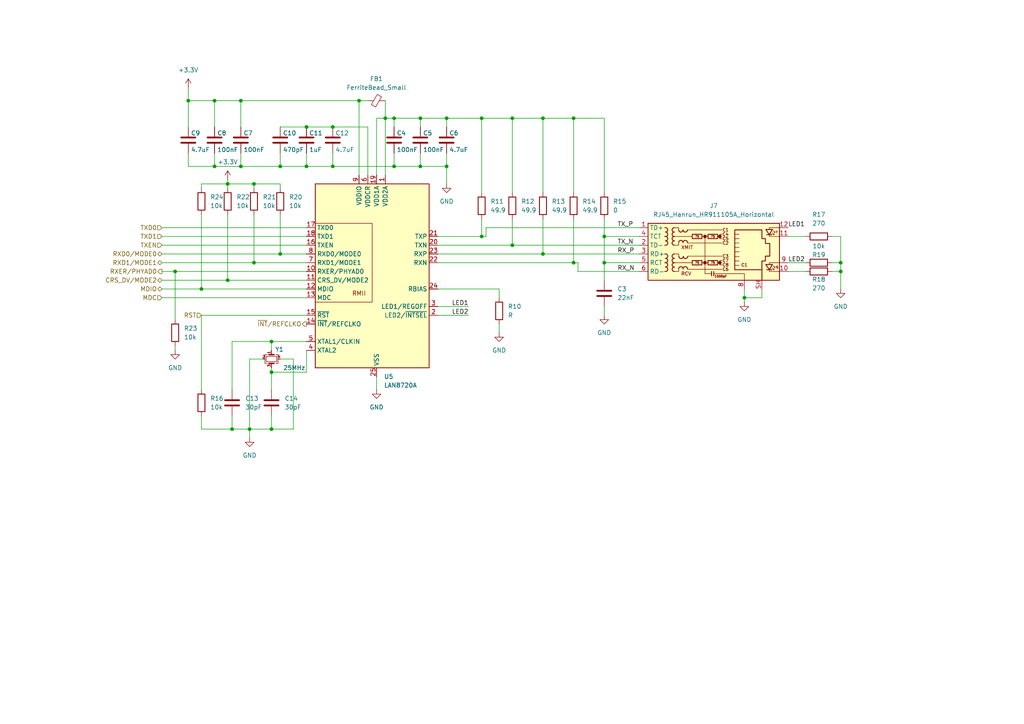
<source format=kicad_sch>
(kicad_sch (version 20250114) (generator "eeschema") (generator_version "9.0")
  (paper "A4")
  (lib_symbols
    (symbol "Connector:RJ45_Hanrun_HR911105A_Horizontal"
      (property "Reference" "J" (at 18.415 10.16 0))
      (property "Value" "RJ45_Hanrun_HR911105A_Horizontal" (at -19.05 10.16 0))
      (symbol "RJ45_Hanrun_HR911105A_Horizontal_0_0"
        (circle (center -1.27 5.08) (radius 0.0001) (stroke (width 0.508)))
        (polyline (pts (xy -1.27 5.08) (xy -1.27 -5.715)))
        (circle (center -1.27 -2.54) (radius 0.0001) (stroke (width 0.508)))
        (polyline (pts (xy 0.635 -5.08) (xy 0.635 -6.35)) (stroke (width 0.254)))
        (polyline (pts (xy 1.27 -5.08) (xy 1.27 -6.35)) (stroke (width 0.254)))
        (polyline (pts (xy 3.048 5.08) (xy 2.54 5.08)))
        (circle (center 3.048 5.08) (radius 0.0001) (stroke (width 0.508)))
        (polyline (pts (xy 3.048 -2.54) (xy 2.54 -2.54)))
        (circle (center 3.048 -2.54) (radius 0.0001) (stroke (width 0.508)))
        (polyline (pts (xy 3.683 5.715) (xy 3.048 5.715) (xy 3.048 4.445) (xy 3.683 4.445)))
        (polyline (pts (xy 3.683 -1.905) (xy 3.048 -1.905) (xy 3.048 -3.175) (xy 3.683 -3.175)))
        (polyline (pts (xy 17.399 7.112) (xy 17.399 7.62) (xy 20.32 7.62)))
        (polyline (pts (xy 17.399 -3.048) (xy 17.399 -2.54) (xy 20.32 -2.54)))
        (polyline (pts (xy 20.32 5.08) (xy 17.399 5.08) (xy 17.399 5.588)))
        (polyline (pts (xy 20.32 -5.08) (xy 17.399 -5.08) (xy 17.399 -4.572)))
        (text "XMIT" (at -8.255 1.905 0) (effects (font (size 1.016 1.016)) (justify left)))
        (text "RCV" (at -8.255 -5.715 0) (effects (font (size 1.016 1.016)) (justify left)))
        (text "C1" (at 4.699 6.985 0) (effects (font (size 0.889 0.889))))
        (text "C4" (at 4.699 5.715 0) (effects (font (size 0.889 0.889))))
        (text "C5" (at 4.699 4.445 0) (effects (font (size 0.889 0.889))))
        (text "C2" (at 4.699 3.175 0) (effects (font (size 0.889 0.889))))
        (text "C3" (at 4.699 -0.635 0) (effects (font (size 0.889 0.889))))
        (text "C7" (at 4.699 -1.905 0) (effects (font (size 0.889 0.889))))
        (text "C8" (at 4.699 -3.175 0) (effects (font (size 0.889 0.889))))
        (text "C6" (at 4.699 -4.445 0) (effects (font (size 0.889 0.889))))
        (text "C1" (at 10.16 -3.175 0) (effects (font (size 0.889 0.889))))
      )
      (symbol "RJ45_Hanrun_HR911105A_Horizontal_0_1"
        (rectangle (start -17.78 8.89) (end 20.32 -7.62) (stroke (width 0.254)) (fill (type background)))
        (polyline (pts (xy -12.7 7.62) (xy -13.081 7.62)))
        (polyline (pts (xy -12.7 5.08) (xy -13.081 5.08)))
        (polyline (pts (xy -12.7 2.54) (xy -13.081 2.54)))
        (polyline (pts (xy -12.7 0) (xy -13.081 0)))
        (polyline (pts (xy -12.7 -2.54) (xy -13.081 -2.54)))
        (polyline (pts (xy -12.7 -5.08) (xy -13.081 -5.08)))
        (polyline (pts (xy -10.16 7.62) (xy -8.89 7.62) (xy -8.89 6.985)))
        (polyline (pts (xy -10.16 0) (xy -8.89 0) (xy -8.89 -0.635)))
        (polyline (pts (xy -8.89 3.175) (xy -8.89 2.54) (xy -10.16 2.54)))
        (polyline (pts (xy -8.89 -4.445) (xy -8.89 -5.08) (xy -10.16 -5.08)))
        (polyline (pts (xy -6.35 6.985) (xy 3.683 6.985)))
        (polyline (pts (xy -6.35 3.175) (xy 3.683 3.175)))
        (polyline (pts (xy -6.35 -4.445) (xy 3.683 -4.445)))
        (polyline (pts (xy -6.223 -0.635) (xy 3.683 -0.635)))
        (polyline (pts (xy -5.08 -2.54) (xy -10.16 -2.54)))
        (polyline (pts (xy -4.953 5.08) (xy -10.16 5.08)))
        (polyline (pts (xy -2.159 5.08) (xy -0.381 5.08)))
        (polyline (pts (xy -2.159 -2.54) (xy -0.381 -2.54)))
        (polyline (pts (xy 0.635 -5.715) (xy -1.27 -5.715)))
        (polyline (pts (xy 7.366 3.175) (xy 8.636 3.175)))
        (polyline (pts (xy 7.366 1.905) (xy 8.636 1.905)))
        (polyline (pts (xy 7.366 0.635) (xy 8.636 0.635)))
        (polyline (pts (xy 7.366 -0.762) (xy 8.636 -0.762)))
        (polyline (pts (xy 7.366 -2.032) (xy 8.636 -2.032)))
        (polyline (pts (xy 8.636 5.715) (xy 7.366 5.715)))
        (polyline (pts (xy 8.636 4.445) (xy 7.366 4.445)))
        (polyline (pts (xy 8.636 -3.302) (xy 7.366 -3.302)))
        (polyline (pts (xy 10.16 -5.715) (xy 1.27 -5.715)))
        (polyline (pts (xy 10.16 -5.715) (xy 10.16 -7.62)))
      )
      (symbol "RJ45_Hanrun_HR911105A_Horizontal_1_0"
        (text "1000pF" (at 3.302 -6.477 0) (effects (font (size 0.635 0.635))))
      )
      (symbol "RJ45_Hanrun_HR911105A_Horizontal_1_1"
        (arc (start -12.7 0) (mid -12.0677 -0.635) (end -12.7 -1.27) (stroke (width 0.254)))
        (arc (start -12.6973 7.62) (mid -12.065 6.985) (end -12.6973 6.35) (stroke (width 0.254)))
        (arc (start -12.6973 -1.27) (mid -12.065 -1.905) (end -12.6973 -2.54) (stroke (width 0.254)))
        (arc (start -12.6973 -2.54) (mid -12.065 -3.175) (end -12.6973 -3.81) (stroke (width 0.254)))
        (arc (start -12.6973 -3.81) (mid -12.065 -4.445) (end -12.6973 -5.08) (stroke (width 0.254)))
        (arc (start -12.6946 6.35) (mid -12.0623 5.715) (end -12.6946 5.08) (stroke (width 0.254)))
        (arc (start -12.6946 5.08) (mid -12.0623 4.445) (end -12.6946 3.81) (stroke (width 0.254)))
        (arc (start -12.6946 3.81) (mid -12.0623 3.175) (end -12.6946 2.54) (stroke (width 0.254)))
        (arc (start -10.1654 6.35) (mid -10.7977 6.985) (end -10.1654 7.62) (stroke (width 0.254)))
        (arc (start -10.1654 5.08) (mid -10.7977 5.715) (end -10.1654 6.35) (stroke (width 0.254)))
        (arc (start -10.1654 3.81) (mid -10.7977 4.445) (end -10.1654 5.08) (stroke (width 0.254)))
        (arc (start -10.1654 -1.27) (mid -10.7977 -0.635) (end -10.1654 0) (stroke (width 0.254)))
        (arc (start -10.1654 -2.54) (mid -10.7977 -1.905) (end -10.1654 -1.27) (stroke (width 0.254)))
        (arc (start -10.1654 -3.81) (mid -10.7977 -3.175) (end -10.1654 -2.54) (stroke (width 0.254)))
        (arc (start -10.1627 2.54) (mid -10.795 3.175) (end -10.1627 3.81) (stroke (width 0.254)))
        (arc (start -10.1627 -5.08) (mid -10.795 -4.445) (end -10.1627 -3.81) (stroke (width 0.254)))
        (arc (start -7.62 6.9823) (mid -8.255 6.35) (end -8.89 6.9823) (stroke (width 0.254)))
        (arc (start -8.89 3.3047) (mid -8.255 3.937) (end -7.62 3.3047) (stroke (width 0.254)))
        (arc (start -8.89 -4.3153) (mid -8.255 -3.683) (end -7.62 -4.3153) (stroke (width 0.254)))
        (arc (start -7.5565 -0.7012) (mid -8.1915 -1.3335) (end -8.8265 -0.7012) (stroke (width 0.254)))
        (arc (start -6.35 6.985) (mid -6.985 6.3527) (end -7.62 6.985) (stroke (width 0.254)))
        (arc (start -7.62 3.3074) (mid -6.985 3.9397) (end -6.35 3.3074) (stroke (width 0.254)))
        (arc (start -7.62 -4.3126) (mid -6.985 -3.6803) (end -6.35 -4.3126) (stroke (width 0.254)))
        (arc (start -6.2865 -0.6985) (mid -6.9215 -1.3308) (end -7.5565 -0.6985) (stroke (width 0.254)))
        (rectangle (start -4.953 5.715) (end -2.159 4.445) (stroke (width 0.254)))
        (rectangle (start -4.953 -1.905) (end -2.159 -3.175) (stroke (width 0.254)))
        (rectangle (start -0.381 5.715) (end 2.413 4.445) (stroke (width 0.254)))
        (rectangle (start -0.381 -1.905) (end 2.413 -3.175) (stroke (width 0.254)))
        (polyline (pts (xy 7.366 -4.572) (xy 7.366 6.985) (xy 15.24 6.985) (xy 15.24 4.445) (xy 16.256 4.445) (xy 16.256 3.048) (xy 17.526 3.048) (xy 17.526 -0.635) (xy 16.256 -0.635) (xy 16.256 -2.032) (xy 15.24 -2.032) (xy 15.24 -4.572) (xy 7.366 -4.572)) (stroke (width 0.254)))
        (polyline (pts (xy 15.24 -7.62) (xy 15.24 -4.572)) (stroke (width 0.254)))
        (polyline (pts (xy 18.161 5.588) (xy 16.637 5.588)) (stroke (width 0.254)))
        (polyline (pts (xy 18.161 -4.572) (xy 16.637 -4.572)) (stroke (width 0.254)))
        (polyline (pts (xy 18.288 7.112) (xy 16.383 7.112) (xy 17.399 5.588) (xy 18.288 7.112)) (stroke (width 0.254)))
        (polyline (pts (xy 18.288 6.096) (xy 18.796 5.588) (xy 18.542 5.588)))
        (polyline (pts (xy 18.288 -3.048) (xy 16.383 -3.048) (xy 17.399 -4.572) (xy 18.288 -3.048)) (stroke (width 0.254)))
        (polyline (pts (xy 18.288 -4.064) (xy 18.796 -4.572) (xy 18.542 -4.572)))
        (polyline (pts (xy 18.542 6.731) (xy 19.05 6.223) (xy 18.796 6.223)))
        (polyline (pts (xy 18.542 -3.429) (xy 19.05 -3.937) (xy 18.796 -3.937)))
        (polyline (pts (xy 18.796 5.588) (xy 18.796 5.842)))
        (polyline (pts (xy 18.796 -4.572) (xy 18.796 -4.318)))
        (polyline (pts (xy 19.05 6.223) (xy 19.05 6.477)))
        (polyline (pts (xy 19.05 -3.937) (xy 19.05 -3.683)))
        (text "75" (at -3.556 5.08 0) (effects (font (size 0.635 0.635))))
        (text "75" (at -3.556 -2.54 0) (effects (font (size 0.635 0.635))))
        (text "75" (at 1.016 5.08 0) (effects (font (size 0.635 0.635))))
        (text "75" (at 1.016 -2.54 0) (effects (font (size 0.635 0.635))))
        (text "Y" (at 19.558 6.35 0) (effects (font (size 0.635 0.635))))
        (text "G" (at 19.685 -3.81 0) (effects (font (size 0.635 0.635))))
        (pin passive line (at -20.32 7.62 0) (length 2.54) (name "TD+") (number "1"))
        (pin passive line (at -20.32 5.08 0) (length 2.54) (name "TCT") (number "4"))
        (pin passive line (at -20.32 2.54 0) (length 2.54) (name "TD-") (number "2"))
        (pin passive line (at -20.32 0 0) (length 2.54) (name "RD+") (number "3"))
        (pin passive line (at -20.32 -2.54 0) (length 2.54) (name "RCT") (number "5"))
        (pin passive line (at -20.32 -5.08 0) (length 2.54) (name "RD-") (number "6"))
        (pin power_in line (at 10.16 -10.16 90) (length 2.54) (name "") (number "8"))
        (pin passive line (at 15.24 -10.16 90) (length 2.54) (name "") (number "SH"))
        (pin no_connect line (at 20.32 0 0) (length 0) (hide yes) (name "NC") (number "7"))
        (pin passive line (at 22.86 7.62 180) (length 2.54) (name "") (number "12"))
        (pin passive line (at 22.86 5.08 180) (length 2.54) (name "") (number "11"))
        (pin passive line (at 22.86 -2.54 180) (length 2.54) (name "") (number "9"))
        (pin passive line (at 22.86 -5.08 180) (length 2.54) (name "") (number "10"))
      )
    )
    (symbol "Device:C" (pin_numbers (hide yes)) (pin_names (offset 0.254))
      (property "Reference" "C" (at 0.635 2.54 0))
      (property "Value" "C" (at 0.635 -2.54 0))
      (symbol "C_0_1"
        (polyline (pts (xy -2.032 0.762) (xy 2.032 0.762)) (stroke (width 0.508)))
        (polyline (pts (xy -2.032 -0.762) (xy 2.032 -0.762)) (stroke (width 0.508)))
      )
      (symbol "C_1_1"
        (pin passive line (at 0 3.81 270) (length 2.794) (name "~") (number "1"))
        (pin passive line (at 0 -3.81 90) (length 2.794) (name "~") (number "2"))
      )
    )
    (symbol "Device:Crystal_GND24_Small" (pin_names (offset 1.016) (hide yes))
      (property "Reference" "Y" (at 1.27 4.445 0))
      (property "Value" "Crystal_GND24_Small" (at 1.27 2.54 0))
      (symbol "Crystal_GND24_Small_0_1"
        (polyline (pts (xy -1.27 1.27) (xy -1.27 1.905) (xy 1.27 1.905) (xy 1.27 1.27)))
        (polyline (pts (xy -1.27 -0.762) (xy -1.27 0.762)) (stroke (width 0.381)))
        (polyline (pts (xy -1.27 -1.27) (xy -1.27 -1.905) (xy 1.27 -1.905) (xy 1.27 -1.27)))
        (rectangle (start -0.762 -1.524) (end 0.762 1.524))
        (polyline (pts (xy 1.27 -0.762) (xy 1.27 0.762)) (stroke (width 0.381)))
      )
      (symbol "Crystal_GND24_Small_1_1"
        (pin passive line (at -2.54 0 0) (length 1.27) (name "1") (number "1"))
        (pin passive line (at 0 2.54 270) (length 0.635) (name "4") (number "4"))
        (pin passive line (at 0 -2.54 90) (length 0.635) (name "2") (number "2"))
        (pin passive line (at 2.54 0 180) (length 1.27) (name "3") (number "3"))
      )
    )
    (symbol "Device:FerriteBead_Small" (pin_numbers (hide yes)) (pin_names (offset 0))
      (property "Reference" "FB" (at 1.905 1.27 0))
      (property "Value" "FerriteBead_Small" (at 1.905 -1.27 0))
      (symbol "FerriteBead_Small_0_1"
        (polyline (pts (xy -1.8288 0.2794) (xy -1.1176 1.4986) (xy 1.8288 -0.2032) (xy 1.1176 -1.4224) (xy -1.8288 0.2794)))
        (polyline (pts (xy 0 0.889) (xy 0 1.2954)))
        (polyline (pts (xy 0 -1.27) (xy 0 -0.7874)))
      )
      (symbol "FerriteBead_Small_1_1"
        (pin passive line (at 0 2.54 270) (length 1.27) (name "~") (number "1"))
        (pin passive line (at 0 -2.54 90) (length 1.27) (name "~") (number "2"))
      )
    )
    (symbol "Device:R" (pin_numbers (hide yes)) (pin_names (offset 0))
      (property "Reference" "R" (at 2.032 0 90))
      (property "Value" "R" (at 0 0 90))
      (symbol "R_0_1"
        (rectangle (start -1.016 -2.54) (end 1.016 2.54) (stroke (width 0.254)))
      )
      (symbol "R_1_1"
        (pin passive line (at 0 3.81 270) (length 1.27) (name "~") (number "1"))
        (pin passive line (at 0 -3.81 90) (length 1.27) (name "~") (number "2"))
      )
    )
    (symbol "Interface_Ethernet:LAN8720A"
      (property "Reference" "U" (at -13.97 29.21 0))
      (property "Value" "LAN8720A" (at 15.24 29.21 0))
      (symbol "LAN8720A_0_0"
        (text "RMII" (at -5.08 -3.81 0) (effects (font (size 1.27 1.27))))
      )
      (symbol "LAN8720A_0_1"
        (rectangle (start -17.78 27.94) (end 15.24 -25.4) (stroke (width 0.254)) (fill (type background)))
        (polyline (pts (xy -17.78 -6.35) (xy -1.27 -6.35) (xy -1.27 16.51) (xy -17.78 16.51)))
      )
      (symbol "LAN8720A_1_1"
        (pin input line (at -20.32 15.24 0) (length 2.54) (name "TXD0") (number "17"))
        (pin input line (at -20.32 12.7 0) (length 2.54) (name "TXD1") (number "18"))
        (pin input line (at -20.32 10.16 0) (length 2.54) (name "TXEN") (number "16"))
        (pin bidirectional line (at -20.32 7.62 0) (length 2.54) (name "RXD0/MODE0") (number "8"))
        (pin bidirectional line (at -20.32 5.08 0) (length 2.54) (name "RXD1/MODE1") (number "7"))
        (pin output line (at -20.32 2.54 0) (length 2.54) (name "RXER/PHYAD0") (number "10"))
        (pin bidirectional line (at -20.32 0 0) (length 2.54) (name "CRS_DV/MODE2") (number "11"))
        (pin bidirectional line (at -20.32 -2.54 0) (length 2.54) (name "MDIO") (number "12"))
        (pin input line (at -20.32 -5.08 0) (length 2.54) (name "MDC") (number "13"))
        (pin input line (at -20.32 -10.16 0) (length 2.54) (name "~{RST}") (number "15"))
        (pin output line (at -20.32 -12.7 0) (length 2.54) (name "~{INT}/REFCLKO") (number "14"))
        (pin input line (at -20.32 -17.78 0) (length 2.54) (name "XTAL1/CLKIN") (number "5"))
        (pin output line (at -20.32 -20.32 0) (length 2.54) (name "XTAL2") (number "4"))
        (pin power_in line (at -5.08 30.48 270) (length 2.54) (name "VDDIO") (number "9"))
        (pin power_in line (at -2.54 30.48 270) (length 2.54) (name "VDDCR") (number "6"))
        (pin power_in line (at 0 30.48 270) (length 2.54) (name "VDD1A") (number "19"))
        (pin power_in line (at 0 -27.94 90) (length 2.54) (name "VSS") (number "25"))
        (pin power_in line (at 2.54 30.48 270) (length 2.54) (name "VDD2A") (number "1"))
        (pin bidirectional line (at 17.78 12.7 180) (length 2.54) (name "TXP") (number "21"))
        (pin bidirectional line (at 17.78 10.16 180) (length 2.54) (name "TXN") (number "20"))
        (pin bidirectional line (at 17.78 7.62 180) (length 2.54) (name "RXP") (number "23"))
        (pin bidirectional line (at 17.78 5.08 180) (length 2.54) (name "RXN") (number "22"))
        (pin passive line (at 17.78 -2.54 180) (length 2.54) (name "RBIAS") (number "24"))
        (pin bidirectional line (at 17.78 -7.62 180) (length 2.54) (name "LED1/REGOFF") (number "3"))
        (pin bidirectional line (at 17.78 -10.16 180) (length 2.54) (name "LED2/~{INTSEL}") (number "2"))
      )
    )
    (symbol "power:+3.3V" (power) (pin_numbers (hide yes)) (pin_names (offset 0) (hide yes))
      (property "Value" "+3.3V" (at 0 3.556 0))
      (symbol "+3.3V_0_1"
        (polyline (pts (xy -0.762 1.27) (xy 0 2.54)))
        (polyline (pts (xy 0 2.54) (xy 0.762 1.27)))
        (polyline (pts (xy 0 0) (xy 0 2.54)))
      )
      (symbol "+3.3V_1_1"
        (pin power_in line (at 0 0 90) (length 0) (name "~") (number "1"))
      )
    )
    (symbol "power:GND" (power) (pin_numbers (hide yes)) (pin_names (offset 0) (hide yes))
      (property "Value" "GND" (at 0 -3.81 0))
      (symbol "GND_0_1"
        (polyline (pts (xy 0 0) (xy 0 -1.27) (xy 1.27 -1.27) (xy 0 -2.54) (xy -1.27 -1.27) (xy 0 -1.27)))
      )
      (symbol "GND_1_1"
        (pin power_in line (at 0 0 270) (length 0) (name "~") (number "1"))
      )
    )
  )
  (junction (at 215.9 86.36))
  (junction (at 104.14 29.21))
  (junction (at 66.04 53.34))
  (junction (at 58.42 83.82))
  (junction (at 73.66 76.2))
  (junction (at 114.3 48.26))
  (junction (at 54.61 29.21))
  (junction (at 96.52 36.83))
  (junction (at 88.9 48.26))
  (junction (at 96.52 48.26))
  (junction (at 121.92 34.29))
  (junction (at 148.59 34.29))
  (junction (at 67.31 124.46))
  (junction (at 166.37 76.2))
  (junction (at 78.74 99.06))
  (junction (at 69.85 29.21))
  (junction (at 88.9 36.83))
  (junction (at 175.26 76.2))
  (junction (at 78.74 124.46))
  (junction (at 69.85 48.26))
  (junction (at 139.7 34.29))
  (junction (at 50.8 78.74))
  (junction (at 129.54 48.26))
  (junction (at 62.23 29.21))
  (junction (at 78.74 107.95))
  (junction (at 243.84 76.2))
  (junction (at 62.23 48.26))
  (junction (at 73.66 53.34))
  (junction (at 243.84 78.74))
  (junction (at 157.48 73.66))
  (junction (at 81.28 48.26))
  (junction (at 148.59 71.12))
  (junction (at 81.28 73.66))
  (junction (at 139.7 68.58))
  (junction (at 114.3 34.29))
  (junction (at 157.48 34.29))
  (junction (at 129.54 34.29))
  (junction (at 166.37 34.29))
  (junction (at 111.76 34.29))
  (junction (at 121.92 48.26))
  (junction (at 66.04 81.28))
  (junction (at 72.39 124.46))
  (junction (at 175.26 68.58))
  (wire (pts (xy 121.92 34.29) (xy 114.3 34.29)))
  (wire (pts (xy 129.54 34.29) (xy 129.54 36.83)))
  (wire (pts (xy 241.3 76.2) (xy 243.84 76.2)))
  (wire (pts (xy 58.42 53.34) (xy 58.42 54.61)))
  (wire (pts (xy 62.23 44.45) (xy 62.23 48.26)))
  (wire (pts (xy 50.8 78.74) (xy 88.9 78.74)))
  (wire (pts (xy 46.99 71.12) (xy 88.9 71.12)))
  (wire (pts (xy 140.97 68.58) (xy 140.97 66.04)))
  (wire (pts (xy 228.6 76.2) (xy 233.68 76.2)))
  (wire (pts (xy 127 71.12) (xy 148.59 71.12)))
  (wire (pts (xy 73.66 62.23) (xy 73.66 76.2)))
  (wire (pts (xy 54.61 44.45) (xy 54.61 48.26)))
  (wire (pts (xy 129.54 34.29) (xy 121.92 34.29)))
  (wire (pts (xy 127 76.2) (xy 166.37 76.2)))
  (wire (pts (xy 81.28 104.14) (xy 85.09 104.14)))
  (wire (pts (xy 78.74 124.46) (xy 78.74 120.65)))
  (wire (pts (xy 81.28 36.83) (xy 88.9 36.83)))
  (wire (pts (xy 241.3 68.58) (xy 243.84 68.58)))
  (wire (pts (xy 175.26 76.2) (xy 175.26 81.28)))
  (wire (pts (xy 78.74 107.95) (xy 78.74 106.68)))
  (wire (pts (xy 144.78 83.82) (xy 144.78 86.36)))
  (wire (pts (xy 46.99 83.82) (xy 58.42 83.82)))
  (wire (pts (xy 166.37 76.2) (xy 166.37 63.5)))
  (wire (pts (xy 166.37 76.2) (xy 167.64 76.2)))
  (wire (pts (xy 67.31 99.06) (xy 78.74 99.06)))
  (wire (pts (xy 243.84 78.74) (xy 243.84 83.82)))
  (wire (pts (xy 243.84 68.58) (xy 243.84 76.2)))
  (wire (pts (xy 104.14 29.21) (xy 106.68 29.21)))
  (wire (pts (xy 69.85 48.26) (xy 69.85 44.45)))
  (wire (pts (xy 148.59 34.29) (xy 148.59 55.88)))
  (wire (pts (xy 66.04 53.34) (xy 66.04 54.61)))
  (wire (pts (xy 175.26 76.2) (xy 175.26 68.58)))
  (wire (pts (xy 129.54 48.26) (xy 129.54 53.34)))
  (wire (pts (xy 88.9 36.83) (xy 96.52 36.83)))
  (wire (pts (xy 81.28 44.45) (xy 81.28 48.26)))
  (wire (pts (xy 88.9 101.6) (xy 88.9 107.95)))
  (wire (pts (xy 72.39 104.14) (xy 72.39 124.46)))
  (wire (pts (xy 114.3 48.26) (xy 114.3 44.45)))
  (wire (pts (xy 175.26 34.29) (xy 166.37 34.29)))
  (wire (pts (xy 81.28 54.61) (xy 81.28 53.34)))
  (wire (pts (xy 66.04 53.34) (xy 58.42 53.34)))
  (wire (pts (xy 58.42 91.44) (xy 58.42 113.03)))
  (wire (pts (xy 66.04 52.07) (xy 66.04 53.34)))
  (wire (pts (xy 185.42 68.58) (xy 175.26 68.58)))
  (wire (pts (xy 167.64 76.2) (xy 167.64 78.74)))
  (wire (pts (xy 46.99 78.74) (xy 50.8 78.74)))
  (wire (pts (xy 109.22 34.29) (xy 111.76 34.29)))
  (wire (pts (xy 67.31 120.65) (xy 67.31 124.46)))
  (wire (pts (xy 157.48 73.66) (xy 157.48 63.5)))
  (wire (pts (xy 127 88.9) (xy 135.89 88.9)))
  (wire (pts (xy 121.92 48.26) (xy 114.3 48.26)))
  (wire (pts (xy 96.52 44.45) (xy 96.52 48.26)))
  (wire (pts (xy 46.99 86.36) (xy 88.9 86.36)))
  (wire (pts (xy 96.52 36.83) (xy 106.68 36.83)))
  (wire (pts (xy 81.28 53.34) (xy 73.66 53.34)))
  (wire (pts (xy 215.9 86.36) (xy 220.98 86.36)))
  (wire (pts (xy 139.7 68.58) (xy 127 68.58)))
  (wire (pts (xy 144.78 93.98) (xy 144.78 96.52)))
  (wire (pts (xy 73.66 53.34) (xy 73.66 54.61)))
  (wire (pts (xy 139.7 34.29) (xy 129.54 34.29)))
  (wire (pts (xy 85.09 124.46) (xy 78.74 124.46)))
  (wire (pts (xy 111.76 34.29) (xy 111.76 50.8)))
  (wire (pts (xy 175.26 55.88) (xy 175.26 34.29)))
  (wire (pts (xy 62.23 29.21) (xy 62.23 36.83)))
  (wire (pts (xy 46.99 68.58) (xy 88.9 68.58)))
  (wire (pts (xy 166.37 34.29) (xy 157.48 34.29)))
  (wire (pts (xy 46.99 81.28) (xy 66.04 81.28)))
  (wire (pts (xy 50.8 78.74) (xy 50.8 92.71)))
  (wire (pts (xy 243.84 76.2) (xy 243.84 78.74)))
  (wire (pts (xy 121.92 34.29) (xy 121.92 36.83)))
  (wire (pts (xy 167.64 78.74) (xy 185.42 78.74)))
  (wire (pts (xy 54.61 29.21) (xy 54.61 36.83)))
  (wire (pts (xy 88.9 48.26) (xy 81.28 48.26)))
  (wire (pts (xy 78.74 101.6) (xy 78.74 99.06)))
  (wire (pts (xy 50.8 100.33) (xy 50.8 101.6)))
  (wire (pts (xy 54.61 48.26) (xy 62.23 48.26)))
  (wire (pts (xy 121.92 44.45) (xy 121.92 48.26)))
  (wire (pts (xy 72.39 124.46) (xy 78.74 124.46)))
  (wire (pts (xy 67.31 124.46) (xy 72.39 124.46)))
  (wire (pts (xy 185.42 76.2) (xy 175.26 76.2)))
  (wire (pts (xy 241.3 78.74) (xy 243.84 78.74)))
  (wire (pts (xy 111.76 29.21) (xy 111.76 34.29)))
  (wire (pts (xy 88.9 107.95) (xy 78.74 107.95)))
  (wire (pts (xy 175.26 88.9) (xy 175.26 91.44)))
  (wire (pts (xy 228.6 68.58) (xy 233.68 68.58)))
  (wire (pts (xy 139.7 34.29) (xy 139.7 55.88)))
  (wire (pts (xy 129.54 48.26) (xy 121.92 48.26)))
  (wire (pts (xy 69.85 36.83) (xy 69.85 29.21)))
  (wire (pts (xy 148.59 71.12) (xy 185.42 71.12)))
  (wire (pts (xy 81.28 62.23) (xy 81.28 73.66)))
  (wire (pts (xy 215.9 86.36) (xy 215.9 87.63)))
  (wire (pts (xy 46.99 76.2) (xy 73.66 76.2)))
  (wire (pts (xy 139.7 63.5) (xy 139.7 68.58)))
  (wire (pts (xy 66.04 62.23) (xy 66.04 81.28)))
  (wire (pts (xy 157.48 34.29) (xy 157.48 55.88)))
  (wire (pts (xy 148.59 71.12) (xy 148.59 63.5)))
  (wire (pts (xy 139.7 68.58) (xy 140.97 68.58)))
  (wire (pts (xy 58.42 83.82) (xy 88.9 83.82)))
  (wire (pts (xy 109.22 109.22) (xy 109.22 113.03)))
  (wire (pts (xy 175.26 68.58) (xy 175.26 63.5)))
  (wire (pts (xy 157.48 34.29) (xy 148.59 34.29)))
  (wire (pts (xy 166.37 34.29) (xy 166.37 55.88)))
  (wire (pts (xy 109.22 50.8) (xy 109.22 34.29)))
  (wire (pts (xy 78.74 99.06) (xy 88.9 99.06)))
  (wire (pts (xy 96.52 48.26) (xy 88.9 48.26)))
  (wire (pts (xy 104.14 29.21) (xy 104.14 50.8)))
  (wire (pts (xy 140.97 66.04) (xy 185.42 66.04)))
  (wire (pts (xy 88.9 44.45) (xy 88.9 48.26)))
  (wire (pts (xy 72.39 124.46) (xy 72.39 127)))
  (wire (pts (xy 73.66 53.34) (xy 66.04 53.34)))
  (wire (pts (xy 81.28 48.26) (xy 69.85 48.26)))
  (wire (pts (xy 127 91.44) (xy 135.89 91.44)))
  (wire (pts (xy 127 73.66) (xy 157.48 73.66)))
  (wire (pts (xy 69.85 29.21) (xy 104.14 29.21)))
  (wire (pts (xy 127 83.82) (xy 144.78 83.82)))
  (wire (pts (xy 54.61 25.4) (xy 54.61 29.21)))
  (wire (pts (xy 114.3 48.26) (xy 96.52 48.26)))
  (wire (pts (xy 58.42 120.65) (xy 58.42 124.46)))
  (wire (pts (xy 106.68 36.83) (xy 106.68 50.8)))
  (wire (pts (xy 85.09 104.14) (xy 85.09 124.46)))
  (wire (pts (xy 78.74 107.95) (xy 78.74 113.03)))
  (wire (pts (xy 69.85 29.21) (xy 62.23 29.21)))
  (wire (pts (xy 157.48 73.66) (xy 185.42 73.66)))
  (wire (pts (xy 46.99 73.66) (xy 81.28 73.66)))
  (wire (pts (xy 73.66 76.2) (xy 88.9 76.2)))
  (wire (pts (xy 215.9 83.82) (xy 215.9 86.36)))
  (wire (pts (xy 66.04 81.28) (xy 88.9 81.28)))
  (wire (pts (xy 114.3 34.29) (xy 114.3 36.83)))
  (wire (pts (xy 67.31 113.03) (xy 67.31 99.06)))
  (wire (pts (xy 88.9 91.44) (xy 58.42 91.44)))
  (wire (pts (xy 62.23 48.26) (xy 69.85 48.26)))
  (wire (pts (xy 114.3 34.29) (xy 111.76 34.29)))
  (wire (pts (xy 76.2 104.14) (xy 72.39 104.14)))
  (wire (pts (xy 81.28 73.66) (xy 88.9 73.66)))
  (wire (pts (xy 46.99 66.04) (xy 88.9 66.04)))
  (wire (pts (xy 129.54 44.45) (xy 129.54 48.26)))
  (wire (pts (xy 54.61 29.21) (xy 62.23 29.21)))
  (wire (pts (xy 228.6 78.74) (xy 233.68 78.74)))
  (wire (pts (xy 148.59 34.29) (xy 139.7 34.29)))
  (wire (pts (xy 58.42 62.23) (xy 58.42 83.82)))
  (wire (pts (xy 220.98 86.36) (xy 220.98 83.82)))
  (wire (pts (xy 58.42 124.46) (xy 67.31 124.46)))
  (label "LED2" (at 228.6 76.2 0))
  (label "LED1" (at 228.6 66.04 0))
  (label "LED1" (at 135.89 88.9 180))
  (label "RX_P" (at 179.07 73.66 0))
  (label "RX_N" (at 179.07 78.74 0))
  (label "TX_N" (at 179.07 71.12 0))
  (label "TX_P" (at 179.07 66.04 0))
  (label "LED2" (at 135.89 91.44 180))
  (hierarchical_label "MDC" (shape input) (at 46.99 86.36 180))
  (hierarchical_label "~{INT}/REFCLKO" (shape output) (at 88.9 93.98 180))
  (hierarchical_label "RXER/PHYAD0" (shape output) (at 46.99 78.74 180))
  (hierarchical_label "TXD0" (shape input) (at 46.99 66.04 180))
  (hierarchical_label "MDIO" (shape bidirectional) (at 46.99 83.82 180))
  (hierarchical_label "TXD1" (shape input) (at 46.99 68.58 180))
  (hierarchical_label "CRS_DV/MODE2" (shape bidirectional) (at 46.99 81.28 180))
  (hierarchical_label "RXD0/MODE0" (shape bidirectional) (at 46.99 73.66 180))
  (hierarchical_label "RST" (shape input) (at 58.42 91.44 180))
  (hierarchical_label "TXEN" (shape input) (at 46.99 71.12 180))
  (hierarchical_label "RXD1/MODE1" (shape bidirectional) (at 46.99 76.2 180))
  (symbol (lib_id "power:+3.3V") (at 54.61 25.4 0) (unit 1)
    (property "Reference" "#PWR020" (effects (hide yes)))
    (property "Value" "+3.3V" (at 54.61 20.32 0))
    (property "Description" "Power symbol creates a global label with name \"+3.3V\"" (effects (hide yes)))
  )
  (symbol (lib_id "Device:C") (at 67.31 116.84 0) (unit 1)
    (property "Reference" "C13" (at 71.12 115.5699 0) (effects (justify left)))
    (property "Value" "30pF" (at 71.12 118.1099 0) (effects (justify left)))
    (property "Footprint" "Capacitor_SMD:C_0603_1608Metric" (effects (hide yes)))
    (property "Description" "Unpolarized capacitor" (effects (hide yes)))
  )
  (symbol (lib_id "Device:C") (at 129.54 40.64 0) (unit 1)
    (property "Reference" "C6" (at 130.302 38.608 0) (effects (justify left)))
    (property "Value" "4.7uF" (at 130.302 43.434 0) (effects (justify left)))
    (property "Footprint" "Capacitor_SMD:C_0805_2012Metric" (effects (hide yes)))
    (property "Description" "Unpolarized capacitor" (effects (hide yes)))
  )
  (symbol (lib_id "power:GND") (at 243.84 83.82 0) (unit 1)
    (property "Reference" "#PWR023" (effects (hide yes)))
    (property "Value" "GND" (at 243.84 88.9 0))
    (property "Description" "Power symbol creates a global label with name \"GND\" , ground" (effects (hide yes)))
  )
  (symbol (lib_id "Device:R") (at 157.48 59.69 0) (unit 1)
    (property "Reference" "R13" (at 160.02 58.4199 0) (effects (justify left)))
    (property "Value" "49.9" (at 160.02 60.9599 0) (effects (justify left)))
    (property "Footprint" "Resistor_SMD:R_0603_1608Metric" (effects (hide yes)))
    (property "Description" "Resistor" (effects (hide yes)))
  )
  (symbol (lib_id "Device:R") (at 73.66 58.42 0) (unit 1)
    (property "Reference" "R21" (at 76.2 57.1499 0) (effects (justify left)))
    (property "Value" "10k" (at 76.2 59.6899 0) (effects (justify left)))
    (property "Footprint" "Resistor_SMD:R_0603_1608Metric" (effects (hide yes)))
    (property "Description" "Resistor" (effects (hide yes)))
  )
  (symbol (lib_id "Device:C") (at 54.61 40.64 0) (unit 1)
    (property "Reference" "C9" (at 55.372 38.608 0) (effects (justify left)))
    (property "Value" "4.7uF" (at 55.372 43.434 0) (effects (justify left)))
    (property "Footprint" "Capacitor_SMD:C_0805_2012Metric" (effects (hide yes)))
    (property "Description" "Unpolarized capacitor" (effects (hide yes)))
  )
  (symbol (lib_id "Device:C") (at 69.85 40.64 0) (unit 1)
    (property "Reference" "C7" (at 70.612 38.608 0) (effects (justify left)))
    (property "Value" "100nF" (at 70.612 43.434 0) (effects (justify left)))
    (property "Footprint" "Capacitor_SMD:C_0603_1608Metric" (effects (hide yes)))
    (property "Description" "Unpolarized capacitor" (effects (hide yes)))
  )
  (symbol (lib_id "power:GND") (at 144.78 96.52 0) (unit 1)
    (property "Reference" "#PWR017" (effects (hide yes)))
    (property "Value" "GND" (at 144.78 101.6 0))
    (property "Description" "Power symbol creates a global label with name \"GND\" , ground" (effects (hide yes)))
  )
  (symbol (lib_id "Device:R") (at 144.78 90.17 0) (unit 1)
    (property "Reference" "R10" (at 147.32 88.8999 0) (effects (justify left)))
    (property "Value" "R" (at 147.32 91.4399 0) (effects (justify left)))
    (property "Footprint" "Resistor_SMD:R_0603_1608Metric" (effects (hide yes)))
    (property "Description" "Resistor" (effects (hide yes)))
  )
  (symbol (lib_id "Device:R") (at 148.59 59.69 0) (unit 1)
    (property "Reference" "R12" (at 151.13 58.4199 0) (effects (justify left)))
    (property "Value" "49.9" (at 151.13 60.9599 0) (effects (justify left)))
    (property "Footprint" "Resistor_SMD:R_0603_1608Metric" (effects (hide yes)))
    (property "Description" "Resistor" (effects (hide yes)))
  )
  (symbol (lib_id "Device:C") (at 96.52 40.64 0) (unit 1)
    (property "Reference" "C12" (at 97.282 38.608 0) (effects (justify left)))
    (property "Value" "4.7uF" (at 97.282 43.434 0) (effects (justify left)))
    (property "Footprint" "Capacitor_SMD:C_0805_2012Metric" (effects (hide yes)))
    (property "Description" "Unpolarized capacitor" (effects (hide yes)))
  )
  (symbol (lib_id "power:GND") (at 215.9 87.63 0) (unit 1)
    (property "Reference" "#PWR024" (effects (hide yes)))
    (property "Value" "GND" (at 215.9 92.71 0))
    (property "Description" "Power symbol creates a global label with name \"GND\" , ground" (effects (hide yes)))
  )
  (symbol (lib_id "Device:Crystal_GND24_Small") (at 78.74 104.14 270) (unit 1)
    (property "Reference" "Y1" (at 81.026 101.346 90))
    (property "Value" "25MHz" (at 85.344 106.68 90))
    (property "Footprint" "Crystal:Crystal_SMD_3225-4Pin_3.2x2.5mm" (effects (hide yes)))
    (property "Description" "Four pin crystal, GND on pins 2 and 4, small symbol" (effects (hide yes)))
  )
  (symbol (lib_id "power:GND") (at 175.26 91.44 0) (unit 1)
    (property "Reference" "#PWR018" (effects (hide yes)))
    (property "Value" "GND" (at 175.26 96.52 0))
    (property "Description" "Power symbol creates a global label with name \"GND\" , ground" (effects (hide yes)))
  )
  (symbol (lib_id "Device:R") (at 237.49 76.2 90) (mirror x) (unit 1)
    (property "Reference" "R19" (at 237.49 73.914 90))
    (property "Value" "10k" (at 237.49 71.374 90))
    (property "Footprint" "Resistor_SMD:R_0603_1608Metric" (effects (hide yes)))
    (property "Description" "Resistor" (effects (hide yes)))
  )
  (symbol (lib_id "Device:R") (at 175.26 59.69 0) (unit 1)
    (property "Reference" "R15" (at 177.8 58.4199 0) (effects (justify left)))
    (property "Value" "0" (at 177.8 60.9599 0) (effects (justify left)))
    (property "Footprint" "Resistor_SMD:R_0603_1608Metric" (effects (hide yes)))
    (property "Description" "Resistor" (effects (hide yes)))
  )
  (symbol (lib_id "Device:R") (at 58.42 116.84 0) (unit 1)
    (property "Reference" "R16" (at 60.96 115.5699 0) (effects (justify left)))
    (property "Value" "10k" (at 60.96 118.1099 0) (effects (justify left)))
    (property "Footprint" "Resistor_SMD:R_0603_1608Metric" (effects (hide yes)))
    (property "Description" "Resistor" (effects (hide yes)))
  )
  (symbol (lib_id "Device:C") (at 121.92 40.64 0) (unit 1)
    (property "Reference" "C5" (at 122.682 38.608 0) (effects (justify left)))
    (property "Value" "100nF" (at 122.682 43.434 0) (effects (justify left)))
    (property "Footprint" "Capacitor_SMD:C_0603_1608Metric" (effects (hide yes)))
    (property "Description" "Unpolarized capacitor" (effects (hide yes)))
  )
  (symbol (lib_id "Connector:RJ45_Hanrun_HR911105A_Horizontal") (at 205.74 73.66 0) (unit 1)
    (property "Reference" "J7" (at 207.01 59.69 0))
    (property "Value" "RJ45_Hanrun_HR911105A_Horizontal" (at 207.01 62.23 0))
    (property "Footprint" "Connector_RJ:RJ45_Hanrun_HR911105A_Horizontal" (effects (hide yes)))
    (property "Datasheet" "https://datasheet.lcsc.com/lcsc/1811141815_HANRUN-Zhongshan-HanRun-Elec-HR911105A_C12074.pdf" (effects (hide yes)))
    (property "Description" "1 Port RJ45 Magjack Connector Through Hole 10/100 Base-T, AutoMDIX" (effects (hide yes)))
  )
  (symbol (lib_id "Device:C") (at 114.3 40.64 0) (unit 1)
    (property "Reference" "C4" (at 115.062 38.608 0) (effects (justify left)))
    (property "Value" "100nF" (at 115.062 43.434 0) (effects (justify left)))
    (property "Footprint" "Capacitor_SMD:C_0603_1608Metric" (effects (hide yes)))
    (property "Description" "Unpolarized capacitor" (effects (hide yes)))
  )
  (symbol (lib_id "power:GND") (at 72.39 127 0) (unit 1)
    (property "Reference" "#PWR021" (effects (hide yes)))
    (property "Value" "GND" (at 72.39 132.08 0))
    (property "Description" "Power symbol creates a global label with name \"GND\" , ground" (effects (hide yes)))
  )
  (symbol (lib_id "power:+3.3V") (at 66.04 52.07 0) (unit 1)
    (property "Reference" "#PWR026" (effects (hide yes)))
    (property "Value" "+3.3V" (at 66.04 46.99 0))
    (property "Description" "Power symbol creates a global label with name \"+3.3V\"" (effects (hide yes)))
  )
  (symbol (lib_id "Device:R") (at 139.7 59.69 0) (unit 1)
    (property "Reference" "R11" (at 142.24 58.4199 0) (effects (justify left)))
    (property "Value" "49.9" (at 142.24 60.9599 0) (effects (justify left)))
    (property "Footprint" "Resistor_SMD:R_0603_1608Metric" (effects (hide yes)))
    (property "Description" "Resistor" (effects (hide yes)))
  )
  (symbol (lib_id "power:GND") (at 109.22 113.03 0) (unit 1)
    (property "Reference" "#PWR022" (effects (hide yes)))
    (property "Value" "GND" (at 109.22 118.11 0))
    (property "Description" "Power symbol creates a global label with name \"GND\" , ground" (effects (hide yes)))
  )
  (symbol (lib_id "Device:R") (at 50.8 96.52 0) (unit 1)
    (property "Reference" "R23" (at 53.34 95.2499 0) (effects (justify left)))
    (property "Value" "10k" (at 53.34 97.7899 0) (effects (justify left)))
    (property "Footprint" "Resistor_SMD:R_0603_1608Metric" (effects (hide yes)))
    (property "Description" "Resistor" (effects (hide yes)))
  )
  (symbol (lib_id "Device:R") (at 81.28 58.42 0) (unit 1)
    (property "Reference" "R20" (at 83.82 57.1499 0) (effects (justify left)))
    (property "Value" "10k" (at 83.82 59.6899 0) (effects (justify left)))
    (property "Footprint" "Resistor_SMD:R_0603_1608Metric" (effects (hide yes)))
    (property "Description" "Resistor" (effects (hide yes)))
  )
  (symbol (lib_id "Device:C") (at 175.26 85.09 0) (unit 1)
    (property "Reference" "C3" (at 179.07 83.8199 0) (effects (justify left)))
    (property "Value" "22nF" (at 179.07 86.3599 0) (effects (justify left)))
    (property "Footprint" "Capacitor_SMD:C_0603_1608Metric" (effects (hide yes)))
    (property "Description" "Unpolarized capacitor" (effects (hide yes)))
  )
  (symbol (lib_id "Device:R") (at 166.37 59.69 0) (unit 1)
    (property "Reference" "R14" (at 168.91 58.4199 0) (effects (justify left)))
    (property "Value" "49.9" (at 168.91 60.9599 0) (effects (justify left)))
    (property "Footprint" "Resistor_SMD:R_0603_1608Metric" (effects (hide yes)))
    (property "Description" "Resistor" (effects (hide yes)))
  )
  (symbol (lib_id "Device:R") (at 237.49 78.74 90) (unit 1)
    (property "Reference" "R18" (at 237.49 81.026 90))
    (property "Value" "270" (at 237.49 83.566 90))
    (property "Footprint" "Resistor_SMD:R_0603_1608Metric" (effects (hide yes)))
    (property "Description" "Resistor" (effects (hide yes)))
  )
  (symbol (lib_id "power:GND") (at 50.8 101.6 0) (unit 1)
    (property "Reference" "#PWR025" (effects (hide yes)))
    (property "Value" "GND" (at 50.8 106.68 0))
    (property "Description" "Power symbol creates a global label with name \"GND\" , ground" (effects (hide yes)))
  )
  (symbol (lib_id "Device:R") (at 237.49 68.58 90) (unit 1)
    (property "Reference" "R17" (at 237.49 62.23 90))
    (property "Value" "270" (at 237.49 64.77 90))
    (property "Footprint" "Resistor_SMD:R_0603_1608Metric" (effects (hide yes)))
    (property "Description" "Resistor" (effects (hide yes)))
  )
  (symbol (lib_id "power:GND") (at 129.54 53.34 0) (unit 1)
    (property "Reference" "#PWR019" (effects (hide yes)))
    (property "Value" "GND" (at 129.54 58.42 0))
    (property "Description" "Power symbol creates a global label with name \"GND\" , ground" (effects (hide yes)))
  )
  (symbol (lib_id "Device:C") (at 88.9 40.64 0) (unit 1)
    (property "Reference" "C11" (at 89.662 38.608 0) (effects (justify left)))
    (property "Value" "1uF" (at 89.662 43.434 0) (effects (justify left)))
    (property "Footprint" "Capacitor_SMD:C_0805_2012Metric" (effects (hide yes)))
    (property "Description" "Unpolarized capacitor" (effects (hide yes)))
  )
  (symbol (lib_id "Device:FerriteBead_Small") (at 109.22 29.21 90) (unit 1)
    (property "Reference" "FB1" (at 109.1819 22.86 90))
    (property "Value" "FerriteBead_Small" (at 109.1819 25.4 90))
    (property "Footprint" "Inductor_SMD:L_0603_1608Metric" (effects (hide yes)))
    (property "Description" "Ferrite bead, small symbol" (effects (hide yes)))
  )
  (symbol (lib_id "Device:C") (at 81.28 40.64 0) (unit 1)
    (property "Reference" "C10" (at 82.042 38.608 0) (effects (justify left)))
    (property "Value" "470pF" (at 82.042 43.434 0) (effects (justify left)))
    (property "Footprint" "Capacitor_SMD:C_0603_1608Metric" (effects (hide yes)))
    (property "Description" "Unpolarized capacitor" (effects (hide yes)))
  )
  (symbol (lib_id "Device:C") (at 62.23 40.64 0) (unit 1)
    (property "Reference" "C8" (at 62.992 38.608 0) (effects (justify left)))
    (property "Value" "100nF" (at 62.992 43.434 0) (effects (justify left)))
    (property "Footprint" "Capacitor_SMD:C_0603_1608Metric" (effects (hide yes)))
    (property "Description" "Unpolarized capacitor" (effects (hide yes)))
  )
  (symbol (lib_id "Device:C") (at 78.74 116.84 0) (unit 1)
    (property "Reference" "C14" (at 82.55 115.5699 0) (effects (justify left)))
    (property "Value" "30pF" (at 82.55 118.1099 0) (effects (justify left)))
    (property "Footprint" "Capacitor_SMD:C_0603_1608Metric" (effects (hide yes)))
    (property "Description" "Unpolarized capacitor" (effects (hide yes)))
  )
  (symbol (lib_id "Interface_Ethernet:LAN8720A") (at 109.22 81.28 0) (unit 1)
    (property "Reference" "U5" (at 111.3633 109.22 0) (effects (justify left)))
    (property "Value" "LAN8720A" (at 111.3633 111.76 0) (effects (justify left)))
    (property "Footprint" "Package_DFN_QFN:VQFN-24-1EP_4x4mm_P0.5mm_EP2.5x2.5mm_ThermalVias" (effects (hide yes)))
    (property "Datasheet" "http://ww1.microchip.com/downloads/en/DeviceDoc/8720a.pdf" (effects (hide yes)))
    (property "Description" "LAN8720 Ethernet PHY with RMII interface, QFN-24" (effects (hide yes)))
  )
  (symbol (lib_id "Device:R") (at 66.04 58.42 0) (unit 1)
    (property "Reference" "R22" (at 68.58 57.1499 0) (effects (justify left)))
    (property "Value" "10k" (at 68.58 59.6899 0) (effects (justify left)))
    (property "Footprint" "Resistor_SMD:R_0603_1608Metric" (effects (hide yes)))
    (property "Description" "Resistor" (effects (hide yes)))
  )
  (symbol (lib_id "Device:R") (at 58.42 58.42 0) (unit 1)
    (property "Reference" "R24" (at 60.96 57.1499 0) (effects (justify left)))
    (property "Value" "10k" (at 60.96 59.6899 0) (effects (justify left)))
    (property "Footprint" "Resistor_SMD:R_0603_1608Metric" (effects (hide yes)))
    (property "Description" "Resistor" (effects (hide yes)))
  )
)
</source>
